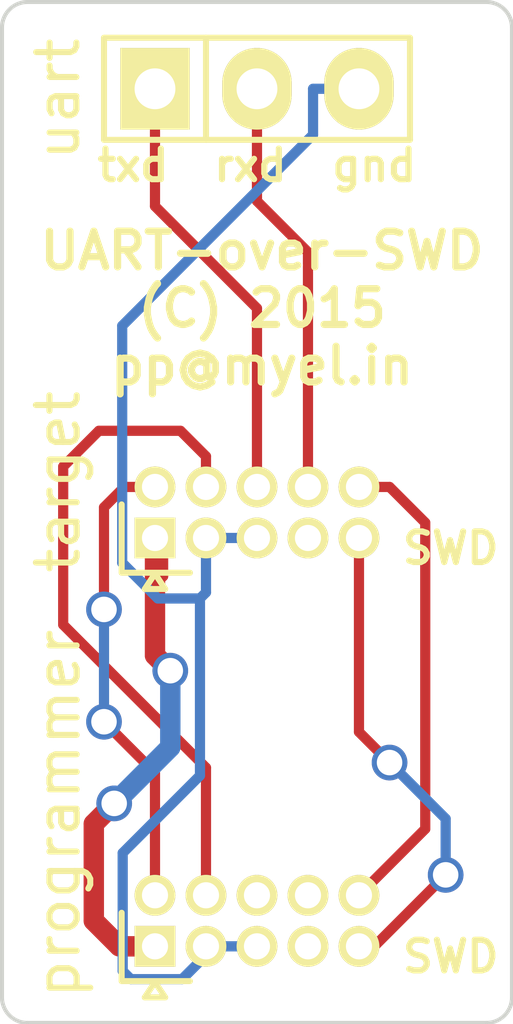
<source format=kicad_pcb>
(kicad_pcb (version 20171130) (host pcbnew "(5.1.12)-1")

  (general
    (thickness 1.6)
    (drawings 12)
    (tracks 64)
    (zones 0)
    (modules 3)
    (nets 13)
  )

  (page A4)
  (layers
    (0 F.Cu signal)
    (31 B.Cu signal)
    (32 B.Adhes user)
    (33 F.Adhes user)
    (34 B.Paste user)
    (35 F.Paste user)
    (36 B.SilkS user)
    (37 F.SilkS user)
    (38 B.Mask user)
    (39 F.Mask user)
    (40 Dwgs.User user)
    (41 Cmts.User user)
    (42 Eco1.User user)
    (43 Eco2.User user)
    (44 Edge.Cuts user)
    (45 Margin user)
    (46 B.CrtYd user)
    (47 F.CrtYd user)
    (48 B.Fab user)
    (49 F.Fab user)
  )

  (setup
    (last_trace_width 0.254)
    (user_trace_width 0.254)
    (user_trace_width 0.508)
    (trace_clearance 0.1524)
    (zone_clearance 0.3048)
    (zone_45_only no)
    (trace_min 0.1524)
    (via_size 0.889)
    (via_drill 0.635)
    (via_min_size 0.889)
    (via_min_drill 0.508)
    (uvia_size 0.508)
    (uvia_drill 0.127)
    (uvias_allowed no)
    (uvia_min_size 0.508)
    (uvia_min_drill 0.127)
    (edge_width 0.1)
    (segment_width 0.2)
    (pcb_text_width 0.3)
    (pcb_text_size 1.5 1.5)
    (mod_edge_width 0.15)
    (mod_text_size 1 1)
    (mod_text_width 0.15)
    (pad_size 1.5 1.5)
    (pad_drill 0.6)
    (pad_to_mask_clearance 0)
    (aux_axis_origin 0 0)
    (visible_elements 7FFFFFFF)
    (pcbplotparams
      (layerselection 0x010fc_80000001)
      (usegerberextensions true)
      (usegerberattributes true)
      (usegerberadvancedattributes true)
      (creategerberjobfile true)
      (excludeedgelayer true)
      (linewidth 0.100000)
      (plotframeref false)
      (viasonmask false)
      (mode 1)
      (useauxorigin false)
      (hpglpennumber 1)
      (hpglpenspeed 20)
      (hpglpendiameter 15.000000)
      (psnegative false)
      (psa4output false)
      (plotreference true)
      (plotvalue true)
      (plotinvisibletext false)
      (padsonsilk false)
      (subtractmaskfromsilk false)
      (outputformat 1)
      (mirror false)
      (drillshape 0)
      (scaleselection 1)
      (outputdirectory "gerbers/"))
  )

  (net 0 "")
  (net 1 /nRESET)
  (net 2 /RXD)
  (net 3 "Net-(P1-Pad7)")
  (net 4 /VCC)
  (net 5 /SWDIO)
  (net 6 /GND)
  (net 7 /SWCLK)
  (net 8 /TXD)
  (net 9 "Net-(P3-Pad8)")
  (net 10 "Net-(P3-Pad7)")
  (net 11 "Net-(P3-Pad6)")
  (net 12 /GND_DET)

  (net_class Default "This is the default net class."
    (clearance 0.1524)
    (trace_width 0.254)
    (via_dia 0.889)
    (via_drill 0.635)
    (uvia_dia 0.508)
    (uvia_drill 0.127)
    (add_net /GND)
    (add_net /GND_DET)
    (add_net /RXD)
    (add_net /SWCLK)
    (add_net /SWDIO)
    (add_net /TXD)
    (add_net /VCC)
    (add_net /nRESET)
    (add_net "Net-(P1-Pad7)")
    (add_net "Net-(P3-Pad6)")
    (add_net "Net-(P3-Pad7)")
    (add_net "Net-(P3-Pad8)")
  )

  (module Socket_Strips:Socket_Strip_Straight_1x03 (layer F.Cu) (tedit 54BF6576) (tstamp 54BF54E5)
    (at 140.97 80.899 180)
    (descr "Through hole socket strip")
    (tags "socket strip")
    (path /54BF53DB)
    (fp_text reference P2 (at -9.017 0.254 180) (layer F.SilkS) hide
      (effects (font (size 1 1) (thickness 0.15)))
    )
    (fp_text value uart (at 4.953 -0.254 270) (layer F.SilkS)
      (effects (font (size 1 1) (thickness 0.15)))
    )
    (fp_line (start 3.81 1.27) (end 1.27 1.27) (layer F.SilkS) (width 0.15))
    (fp_line (start 3.81 -1.27) (end 3.81 1.27) (layer F.SilkS) (width 0.15))
    (fp_line (start 1.27 -1.27) (end 1.27 1.27) (layer F.SilkS) (width 0.15))
    (fp_line (start 3.81 -1.27) (end 1.27 -1.27) (layer F.SilkS) (width 0.15))
    (fp_line (start -3.81 -1.27) (end 1.27 -1.27) (layer F.SilkS) (width 0.15))
    (fp_line (start -3.81 1.27) (end -3.81 -1.27) (layer F.SilkS) (width 0.15))
    (fp_line (start 1.27 1.27) (end -3.81 1.27) (layer F.SilkS) (width 0.15))
    (pad 1 thru_hole rect (at 2.54 0) (size 1.7272 2.032) (drill 1.016) (layers *.Cu *.Mask F.SilkS)
      (net 8 /TXD))
    (pad 2 thru_hole oval (at 0 0) (size 1.7272 2.032) (drill 1.016) (layers *.Cu *.Mask F.SilkS)
      (net 2 /RXD))
    (pad 3 thru_hole oval (at -2.54 0) (size 1.7272 2.032) (drill 1.016) (layers *.Cu *.Mask F.SilkS)
      (net 6 /GND))
    (model Socket_Strips/Socket_Strip_Straight_1x03.wrl
      (at (xyz 0 0 0))
      (scale (xyz 1 1 1))
      (rotate (xyz 0 0 0))
    )
  )

  (module footprints:pin_array_5x2_50mil (layer F.Cu) (tedit 54BF6570) (tstamp 54BF5524)
    (at 139.7 91.44)
    (descr "Double rangee de contacts 2 x 4 pins")
    (tags CONN)
    (path /54BF5376)
    (fp_text reference P1 (at 9.779 0) (layer F.SilkS) hide
      (effects (font (size 1.016 1.016) (thickness 0.2032)))
    )
    (fp_text value target (at -3.683 -0.762 90) (layer F.SilkS)
      (effects (font (size 1.016 1.016) (thickness 0.15)))
    )
    (fp_line (start -1.016 1.905) (end -1.27 1.524) (layer F.SilkS) (width 0.15))
    (fp_line (start -1.143 1.905) (end -1.016 1.905) (layer F.SilkS) (width 0.15))
    (fp_line (start -1.524 1.905) (end -1.143 1.905) (layer F.SilkS) (width 0.15))
    (fp_line (start -1.27 1.524) (end -1.524 1.905) (layer F.SilkS) (width 0.15))
    (fp_line (start -2.1 1.5) (end -0.4 1.5) (layer F.SilkS) (width 0.15))
    (fp_line (start -2.1 -0.2) (end -2.1 1.5) (layer F.SilkS) (width 0.15))
    (pad 1 thru_hole rect (at -1.27 0.635) (size 1.016 1.016) (drill 0.65) (layers *.Cu *.Mask F.SilkS)
      (net 4 /VCC))
    (pad 2 thru_hole circle (at -1.27 -0.635) (size 1.016 1.016) (drill 0.65) (layers *.Cu *.Mask F.SilkS)
      (net 5 /SWDIO))
    (pad 3 thru_hole circle (at 0 0.635) (size 1.016 1.016) (drill 0.65) (layers *.Cu *.Mask F.SilkS)
      (net 6 /GND))
    (pad 4 thru_hole circle (at 0 -0.635) (size 1.016 1.016) (drill 0.65) (layers *.Cu *.Mask F.SilkS)
      (net 7 /SWCLK))
    (pad 5 thru_hole circle (at 1.27 0.635) (size 1.016 1.016) (drill 0.65) (layers *.Cu *.Mask F.SilkS)
      (net 6 /GND))
    (pad 6 thru_hole circle (at 1.27 -0.635) (size 1.016 1.016) (drill 0.65) (layers *.Cu *.Mask F.SilkS)
      (net 8 /TXD))
    (pad 7 thru_hole circle (at 2.54 0.635) (size 1.016 1.016) (drill 0.65) (layers *.Cu *.Mask F.SilkS)
      (net 3 "Net-(P1-Pad7)"))
    (pad 8 thru_hole circle (at 2.54 -0.635) (size 1.016 1.016) (drill 0.65) (layers *.Cu *.Mask F.SilkS)
      (net 2 /RXD))
    (pad 9 thru_hole circle (at 3.81 0.635) (size 1.016 1.016) (drill 0.65) (layers *.Cu *.Mask F.SilkS)
      (net 12 /GND_DET))
    (pad 10 thru_hole circle (at 3.81 -0.635) (size 1.016 1.016) (drill 0.65) (layers *.Cu *.Mask F.SilkS)
      (net 1 /nRESET))
    (model pin_array/pins_array_3x2.wrl
      (at (xyz 0 0 0))
      (scale (xyz 1 1 1))
      (rotate (xyz 0 0 0))
    )
  )

  (module footprints:pin_array_5x2_50mil (layer F.Cu) (tedit 54BF6573) (tstamp 54BF5531)
    (at 139.7 101.6)
    (descr "Double rangee de contacts 2 x 4 pins")
    (tags CONN)
    (path /54BF53AA)
    (fp_text reference P3 (at 11.557 0) (layer F.SilkS) hide
      (effects (font (size 1.016 1.016) (thickness 0.2032)))
    )
    (fp_text value programmer (at -3.683 -2.667 90) (layer F.SilkS)
      (effects (font (size 1.016 1.016) (thickness 0.15)))
    )
    (fp_line (start -1.016 1.905) (end -1.27 1.524) (layer F.SilkS) (width 0.15))
    (fp_line (start -1.143 1.905) (end -1.016 1.905) (layer F.SilkS) (width 0.15))
    (fp_line (start -1.524 1.905) (end -1.143 1.905) (layer F.SilkS) (width 0.15))
    (fp_line (start -1.27 1.524) (end -1.524 1.905) (layer F.SilkS) (width 0.15))
    (fp_line (start -2.1 1.5) (end -0.4 1.5) (layer F.SilkS) (width 0.15))
    (fp_line (start -2.1 -0.2) (end -2.1 1.5) (layer F.SilkS) (width 0.15))
    (pad 1 thru_hole rect (at -1.27 0.635) (size 1.016 1.016) (drill 0.65) (layers *.Cu *.Mask F.SilkS)
      (net 4 /VCC))
    (pad 2 thru_hole circle (at -1.27 -0.635) (size 1.016 1.016) (drill 0.65) (layers *.Cu *.Mask F.SilkS)
      (net 5 /SWDIO))
    (pad 3 thru_hole circle (at 0 0.635) (size 1.016 1.016) (drill 0.65) (layers *.Cu *.Mask F.SilkS)
      (net 6 /GND))
    (pad 4 thru_hole circle (at 0 -0.635) (size 1.016 1.016) (drill 0.65) (layers *.Cu *.Mask F.SilkS)
      (net 7 /SWCLK))
    (pad 5 thru_hole circle (at 1.27 0.635) (size 1.016 1.016) (drill 0.65) (layers *.Cu *.Mask F.SilkS)
      (net 6 /GND))
    (pad 6 thru_hole circle (at 1.27 -0.635) (size 1.016 1.016) (drill 0.65) (layers *.Cu *.Mask F.SilkS)
      (net 11 "Net-(P3-Pad6)"))
    (pad 7 thru_hole circle (at 2.54 0.635) (size 1.016 1.016) (drill 0.65) (layers *.Cu *.Mask F.SilkS)
      (net 10 "Net-(P3-Pad7)"))
    (pad 8 thru_hole circle (at 2.54 -0.635) (size 1.016 1.016) (drill 0.65) (layers *.Cu *.Mask F.SilkS)
      (net 9 "Net-(P3-Pad8)"))
    (pad 9 thru_hole circle (at 3.81 0.635) (size 1.016 1.016) (drill 0.65) (layers *.Cu *.Mask F.SilkS)
      (net 12 /GND_DET))
    (pad 10 thru_hole circle (at 3.81 -0.635) (size 1.016 1.016) (drill 0.65) (layers *.Cu *.Mask F.SilkS)
      (net 1 /nRESET))
    (model pin_array/pins_array_3x2.wrl
      (at (xyz 0 0 0))
      (scale (xyz 1 1 1))
      (rotate (xyz 0 0 0))
    )
  )

  (gr_text SWD (at 145.796 102.489) (layer F.SilkS)
    (effects (font (size 0.762 0.762) (thickness 0.1524)))
  )
  (gr_text SWD (at 145.796 92.329) (layer F.SilkS)
    (effects (font (size 0.762 0.762) (thickness 0.1524)))
  )
  (gr_text "txd  rxd  gnd" (at 140.97 82.804) (layer F.SilkS)
    (effects (font (size 0.762 0.762) (thickness 0.1524)))
  )
  (gr_text "UART-over-SWD\n(C) 2015\npp@myel.in" (at 141.097 86.36) (layer F.SilkS)
    (effects (font (size 0.889 0.889) (thickness 0.1778)))
  )
  (gr_line (start 134.62 103.505) (end 134.62 79.375) (angle 90) (layer Edge.Cuts) (width 0.1))
  (gr_line (start 146.685 104.14) (end 135.255 104.14) (angle 90) (layer Edge.Cuts) (width 0.1))
  (gr_line (start 147.32 79.375) (end 147.32 103.505) (angle 90) (layer Edge.Cuts) (width 0.1))
  (gr_line (start 135.255 78.74) (end 146.685 78.74) (angle 90) (layer Edge.Cuts) (width 0.1))
  (gr_arc (start 146.685 103.505) (end 147.32 103.505) (angle 90) (layer Edge.Cuts) (width 0.1))
  (gr_arc (start 135.255 103.505) (end 135.255 104.14) (angle 90) (layer Edge.Cuts) (width 0.1))
  (gr_arc (start 135.255 79.375) (end 134.62 79.375) (angle 90) (layer Edge.Cuts) (width 0.1))
  (gr_arc (start 146.685 79.375) (end 146.685 78.74) (angle 90) (layer Edge.Cuts) (width 0.1))

  (segment (start 143.51 90.805) (end 144.272 90.805) (width 0.254) (layer F.Cu) (net 1))
  (segment (start 144.272 90.805) (end 145.161 91.694) (width 0.254) (layer F.Cu) (net 1))
  (segment (start 145.161 91.694) (end 145.161 99.314) (width 0.254) (layer F.Cu) (net 1))
  (segment (start 145.161 99.314) (end 143.51 100.965) (width 0.254) (layer F.Cu) (net 1))
  (segment (start 140.97 80.899) (end 140.97 83.693) (width 0.254) (layer F.Cu) (net 2))
  (segment (start 140.97 83.693) (end 142.24 84.963) (width 0.254) (layer F.Cu) (net 2))
  (segment (start 142.24 84.963) (end 142.24 90.805) (width 0.254) (layer F.Cu) (net 2))
  (segment (start 138.43 93.2307) (end 138.633 93.0277) (width 0.254) (layer F.Cu) (net 4))
  (segment (start 138.633 93.0277) (end 138.633 92.1004) (width 0.254) (layer F.Cu) (net 4))
  (segment (start 138.43 93.2307) (end 138.43 94.996) (width 0.508) (layer F.Cu) (net 4))
  (segment (start 138.43 94.996) (end 138.811 95.377) (width 0.508) (layer F.Cu) (net 4))
  (segment (start 138.43 92.075) (end 138.43 93.2307) (width 0.508) (layer F.Cu) (net 4))
  (segment (start 138.633 91.8718) (end 138.633 92.1004) (width 0.254) (layer F.Cu) (net 4))
  (segment (start 137.414 98.679) (end 136.906 99.187) (width 0.508) (layer F.Cu) (net 4))
  (segment (start 136.906 99.187) (end 136.906 101.6) (width 0.508) (layer F.Cu) (net 4))
  (segment (start 136.906 101.6) (end 137.541 102.235) (width 0.508) (layer F.Cu) (net 4))
  (segment (start 137.541 102.235) (end 138.43 102.235) (width 0.508) (layer F.Cu) (net 4))
  (segment (start 138.811 95.377) (end 138.811 97.282) (width 0.508) (layer B.Cu) (net 4))
  (segment (start 138.811 97.282) (end 137.414 98.679) (width 0.508) (layer B.Cu) (net 4))
  (via (at 137.414 98.679) (size 0.889) (layers F.Cu B.Cu) (net 4))
  (via (at 138.811 95.377) (size 0.889) (layers F.Cu B.Cu) (net 4))
  (segment (start 138.43 90.805) (end 137.668 90.805) (width 0.254) (layer F.Cu) (net 5))
  (segment (start 137.668 90.805) (end 137.16 91.313) (width 0.254) (layer F.Cu) (net 5))
  (segment (start 137.16 91.313) (end 137.16 93.853) (width 0.254) (layer F.Cu) (net 5))
  (segment (start 137.16 93.853) (end 137.16 96.647) (width 0.254) (layer B.Cu) (net 5))
  (segment (start 137.16 96.647) (end 138.43 97.917) (width 0.254) (layer F.Cu) (net 5))
  (segment (start 138.43 97.917) (end 138.43 100.965) (width 0.254) (layer F.Cu) (net 5))
  (via (at 137.16 93.853) (size 0.889) (layers F.Cu B.Cu) (net 5))
  (via (at 137.16 96.647) (size 0.889) (layers F.Cu B.Cu) (net 5))
  (segment (start 139.5501 93.5803) (end 138.5011 93.5803) (width 0.254) (layer B.Cu) (net 6))
  (segment (start 138.5011 93.5803) (end 137.6135 92.6927) (width 0.254) (layer B.Cu) (net 6))
  (segment (start 137.6135 92.6927) (end 137.6135 86.7955) (width 0.254) (layer B.Cu) (net 6))
  (segment (start 137.6135 86.7955) (end 142.3669 82.0421) (width 0.254) (layer B.Cu) (net 6))
  (segment (start 142.3669 82.0421) (end 142.3669 80.899) (width 0.254) (layer B.Cu) (net 6))
  (segment (start 139.7 92.075) (end 139.7 93.4304) (width 0.254) (layer B.Cu) (net 6))
  (segment (start 139.7 93.4304) (end 139.5501 93.5803) (width 0.254) (layer B.Cu) (net 6))
  (segment (start 139.7 102.235) (end 139.7 102.4569) (width 0.254) (layer B.Cu) (net 6))
  (segment (start 139.7 102.4569) (end 139.105 103.0519) (width 0.254) (layer B.Cu) (net 6))
  (segment (start 139.105 103.0519) (end 137.8277 103.0519) (width 0.254) (layer B.Cu) (net 6))
  (segment (start 137.8277 103.0519) (end 137.6255 102.8497) (width 0.254) (layer B.Cu) (net 6))
  (segment (start 137.6255 102.8497) (end 137.6255 99.9122) (width 0.254) (layer B.Cu) (net 6))
  (segment (start 137.6255 99.9122) (end 139.5501 97.9876) (width 0.254) (layer B.Cu) (net 6))
  (segment (start 139.5501 97.9876) (end 139.5501 93.5803) (width 0.254) (layer B.Cu) (net 6))
  (segment (start 143.51 80.899) (end 142.3669 80.899) (width 0.254) (layer B.Cu) (net 6))
  (segment (start 140.97 92.075) (end 139.7 92.075) (width 0.254) (layer B.Cu) (net 6))
  (segment (start 140.97 102.235) (end 139.7 102.235) (width 0.254) (layer B.Cu) (net 6))
  (segment (start 139.7 90.805) (end 139.7 90.043) (width 0.254) (layer F.Cu) (net 7))
  (segment (start 139.7 90.043) (end 139.065 89.408) (width 0.254) (layer F.Cu) (net 7))
  (segment (start 139.065 89.408) (end 137.033 89.408) (width 0.254) (layer F.Cu) (net 7))
  (segment (start 137.033 89.408) (end 136.144 90.297) (width 0.254) (layer F.Cu) (net 7))
  (segment (start 136.144 90.297) (end 136.144 94.234) (width 0.254) (layer F.Cu) (net 7))
  (segment (start 136.144 94.234) (end 139.7 97.79) (width 0.254) (layer F.Cu) (net 7))
  (segment (start 139.7 97.79) (end 139.7 100.965) (width 0.254) (layer F.Cu) (net 7))
  (segment (start 138.43 80.899) (end 138.43 83.82) (width 0.254) (layer F.Cu) (net 8))
  (segment (start 138.43 83.82) (end 140.97 86.36) (width 0.254) (layer F.Cu) (net 8))
  (segment (start 140.97 86.36) (end 140.97 90.805) (width 0.254) (layer F.Cu) (net 8))
  (segment (start 145.669 100.457) (end 143.891 102.235) (width 0.254) (layer F.Cu) (net 12))
  (segment (start 143.891 102.235) (end 143.51 102.235) (width 0.254) (layer F.Cu) (net 12))
  (segment (start 143.51 92.075) (end 143.51 96.901) (width 0.254) (layer F.Cu) (net 12))
  (segment (start 143.51 96.901) (end 144.272 97.663) (width 0.254) (layer F.Cu) (net 12))
  (segment (start 144.272 97.663) (end 145.669 99.06) (width 0.254) (layer B.Cu) (net 12))
  (segment (start 145.669 99.06) (end 145.669 100.457) (width 0.254) (layer B.Cu) (net 12))
  (via (at 144.272 97.663) (size 0.889) (layers F.Cu B.Cu) (net 12))
  (via (at 145.669 100.457) (size 0.889) (layers F.Cu B.Cu) (net 12))

)

</source>
